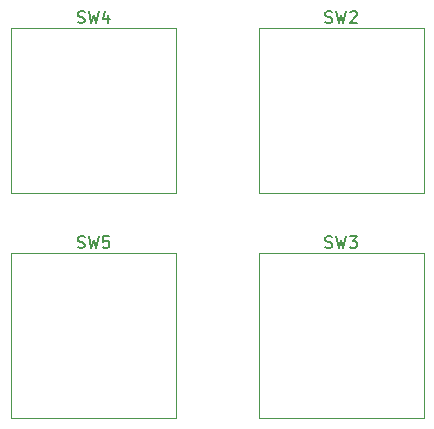
<source format=gbr>
%TF.GenerationSoftware,KiCad,Pcbnew,7.0.1*%
%TF.CreationDate,2023-04-28T17:46:53+02:00*%
%TF.ProjectId,4_switch_pcb,345f7377-6974-4636-985f-7063622e6b69,rev?*%
%TF.SameCoordinates,Original*%
%TF.FileFunction,Legend,Top*%
%TF.FilePolarity,Positive*%
%FSLAX46Y46*%
G04 Gerber Fmt 4.6, Leading zero omitted, Abs format (unit mm)*
G04 Created by KiCad (PCBNEW 7.0.1) date 2023-04-28 17:46:53*
%MOMM*%
%LPD*%
G01*
G04 APERTURE LIST*
%ADD10C,0.150000*%
%ADD11C,0.120000*%
G04 APERTURE END LIST*
D10*
%TO.C,SW5*%
X115665417Y-78266000D02*
X115808274Y-78313619D01*
X115808274Y-78313619D02*
X116046369Y-78313619D01*
X116046369Y-78313619D02*
X116141607Y-78266000D01*
X116141607Y-78266000D02*
X116189226Y-78218380D01*
X116189226Y-78218380D02*
X116236845Y-78123142D01*
X116236845Y-78123142D02*
X116236845Y-78027904D01*
X116236845Y-78027904D02*
X116189226Y-77932666D01*
X116189226Y-77932666D02*
X116141607Y-77885047D01*
X116141607Y-77885047D02*
X116046369Y-77837428D01*
X116046369Y-77837428D02*
X115855893Y-77789809D01*
X115855893Y-77789809D02*
X115760655Y-77742190D01*
X115760655Y-77742190D02*
X115713036Y-77694571D01*
X115713036Y-77694571D02*
X115665417Y-77599333D01*
X115665417Y-77599333D02*
X115665417Y-77504095D01*
X115665417Y-77504095D02*
X115713036Y-77408857D01*
X115713036Y-77408857D02*
X115760655Y-77361238D01*
X115760655Y-77361238D02*
X115855893Y-77313619D01*
X115855893Y-77313619D02*
X116093988Y-77313619D01*
X116093988Y-77313619D02*
X116236845Y-77361238D01*
X116570179Y-77313619D02*
X116808274Y-78313619D01*
X116808274Y-78313619D02*
X116998750Y-77599333D01*
X116998750Y-77599333D02*
X117189226Y-78313619D01*
X117189226Y-78313619D02*
X117427322Y-77313619D01*
X118284464Y-77313619D02*
X117808274Y-77313619D01*
X117808274Y-77313619D02*
X117760655Y-77789809D01*
X117760655Y-77789809D02*
X117808274Y-77742190D01*
X117808274Y-77742190D02*
X117903512Y-77694571D01*
X117903512Y-77694571D02*
X118141607Y-77694571D01*
X118141607Y-77694571D02*
X118236845Y-77742190D01*
X118236845Y-77742190D02*
X118284464Y-77789809D01*
X118284464Y-77789809D02*
X118332083Y-77885047D01*
X118332083Y-77885047D02*
X118332083Y-78123142D01*
X118332083Y-78123142D02*
X118284464Y-78218380D01*
X118284464Y-78218380D02*
X118236845Y-78266000D01*
X118236845Y-78266000D02*
X118141607Y-78313619D01*
X118141607Y-78313619D02*
X117903512Y-78313619D01*
X117903512Y-78313619D02*
X117808274Y-78266000D01*
X117808274Y-78266000D02*
X117760655Y-78218380D01*
%TO.C,SW3*%
X136620417Y-78266000D02*
X136763274Y-78313619D01*
X136763274Y-78313619D02*
X137001369Y-78313619D01*
X137001369Y-78313619D02*
X137096607Y-78266000D01*
X137096607Y-78266000D02*
X137144226Y-78218380D01*
X137144226Y-78218380D02*
X137191845Y-78123142D01*
X137191845Y-78123142D02*
X137191845Y-78027904D01*
X137191845Y-78027904D02*
X137144226Y-77932666D01*
X137144226Y-77932666D02*
X137096607Y-77885047D01*
X137096607Y-77885047D02*
X137001369Y-77837428D01*
X137001369Y-77837428D02*
X136810893Y-77789809D01*
X136810893Y-77789809D02*
X136715655Y-77742190D01*
X136715655Y-77742190D02*
X136668036Y-77694571D01*
X136668036Y-77694571D02*
X136620417Y-77599333D01*
X136620417Y-77599333D02*
X136620417Y-77504095D01*
X136620417Y-77504095D02*
X136668036Y-77408857D01*
X136668036Y-77408857D02*
X136715655Y-77361238D01*
X136715655Y-77361238D02*
X136810893Y-77313619D01*
X136810893Y-77313619D02*
X137048988Y-77313619D01*
X137048988Y-77313619D02*
X137191845Y-77361238D01*
X137525179Y-77313619D02*
X137763274Y-78313619D01*
X137763274Y-78313619D02*
X137953750Y-77599333D01*
X137953750Y-77599333D02*
X138144226Y-78313619D01*
X138144226Y-78313619D02*
X138382322Y-77313619D01*
X138668036Y-77313619D02*
X139287083Y-77313619D01*
X139287083Y-77313619D02*
X138953750Y-77694571D01*
X138953750Y-77694571D02*
X139096607Y-77694571D01*
X139096607Y-77694571D02*
X139191845Y-77742190D01*
X139191845Y-77742190D02*
X139239464Y-77789809D01*
X139239464Y-77789809D02*
X139287083Y-77885047D01*
X139287083Y-77885047D02*
X139287083Y-78123142D01*
X139287083Y-78123142D02*
X139239464Y-78218380D01*
X139239464Y-78218380D02*
X139191845Y-78266000D01*
X139191845Y-78266000D02*
X139096607Y-78313619D01*
X139096607Y-78313619D02*
X138810893Y-78313619D01*
X138810893Y-78313619D02*
X138715655Y-78266000D01*
X138715655Y-78266000D02*
X138668036Y-78218380D01*
%TO.C,SW4*%
X115665417Y-59216000D02*
X115808274Y-59263619D01*
X115808274Y-59263619D02*
X116046369Y-59263619D01*
X116046369Y-59263619D02*
X116141607Y-59216000D01*
X116141607Y-59216000D02*
X116189226Y-59168380D01*
X116189226Y-59168380D02*
X116236845Y-59073142D01*
X116236845Y-59073142D02*
X116236845Y-58977904D01*
X116236845Y-58977904D02*
X116189226Y-58882666D01*
X116189226Y-58882666D02*
X116141607Y-58835047D01*
X116141607Y-58835047D02*
X116046369Y-58787428D01*
X116046369Y-58787428D02*
X115855893Y-58739809D01*
X115855893Y-58739809D02*
X115760655Y-58692190D01*
X115760655Y-58692190D02*
X115713036Y-58644571D01*
X115713036Y-58644571D02*
X115665417Y-58549333D01*
X115665417Y-58549333D02*
X115665417Y-58454095D01*
X115665417Y-58454095D02*
X115713036Y-58358857D01*
X115713036Y-58358857D02*
X115760655Y-58311238D01*
X115760655Y-58311238D02*
X115855893Y-58263619D01*
X115855893Y-58263619D02*
X116093988Y-58263619D01*
X116093988Y-58263619D02*
X116236845Y-58311238D01*
X116570179Y-58263619D02*
X116808274Y-59263619D01*
X116808274Y-59263619D02*
X116998750Y-58549333D01*
X116998750Y-58549333D02*
X117189226Y-59263619D01*
X117189226Y-59263619D02*
X117427322Y-58263619D01*
X118236845Y-58596952D02*
X118236845Y-59263619D01*
X117998750Y-58216000D02*
X117760655Y-58930285D01*
X117760655Y-58930285D02*
X118379702Y-58930285D01*
%TO.C,SW2*%
X136620417Y-59216000D02*
X136763274Y-59263619D01*
X136763274Y-59263619D02*
X137001369Y-59263619D01*
X137001369Y-59263619D02*
X137096607Y-59216000D01*
X137096607Y-59216000D02*
X137144226Y-59168380D01*
X137144226Y-59168380D02*
X137191845Y-59073142D01*
X137191845Y-59073142D02*
X137191845Y-58977904D01*
X137191845Y-58977904D02*
X137144226Y-58882666D01*
X137144226Y-58882666D02*
X137096607Y-58835047D01*
X137096607Y-58835047D02*
X137001369Y-58787428D01*
X137001369Y-58787428D02*
X136810893Y-58739809D01*
X136810893Y-58739809D02*
X136715655Y-58692190D01*
X136715655Y-58692190D02*
X136668036Y-58644571D01*
X136668036Y-58644571D02*
X136620417Y-58549333D01*
X136620417Y-58549333D02*
X136620417Y-58454095D01*
X136620417Y-58454095D02*
X136668036Y-58358857D01*
X136668036Y-58358857D02*
X136715655Y-58311238D01*
X136715655Y-58311238D02*
X136810893Y-58263619D01*
X136810893Y-58263619D02*
X137048988Y-58263619D01*
X137048988Y-58263619D02*
X137191845Y-58311238D01*
X137525179Y-58263619D02*
X137763274Y-59263619D01*
X137763274Y-59263619D02*
X137953750Y-58549333D01*
X137953750Y-58549333D02*
X138144226Y-59263619D01*
X138144226Y-59263619D02*
X138382322Y-58263619D01*
X138715655Y-58358857D02*
X138763274Y-58311238D01*
X138763274Y-58311238D02*
X138858512Y-58263619D01*
X138858512Y-58263619D02*
X139096607Y-58263619D01*
X139096607Y-58263619D02*
X139191845Y-58311238D01*
X139191845Y-58311238D02*
X139239464Y-58358857D01*
X139239464Y-58358857D02*
X139287083Y-58454095D01*
X139287083Y-58454095D02*
X139287083Y-58549333D01*
X139287083Y-58549333D02*
X139239464Y-58692190D01*
X139239464Y-58692190D02*
X138668036Y-59263619D01*
X138668036Y-59263619D02*
X139287083Y-59263619D01*
D11*
%TO.C,SW5*%
X110013750Y-78740000D02*
X123983750Y-78740000D01*
X110013750Y-92710000D02*
X110013750Y-78740000D01*
X123983750Y-78740000D02*
X123983750Y-92710000D01*
X123983750Y-92710000D02*
X110013750Y-92710000D01*
%TO.C,SW3*%
X130968750Y-78740000D02*
X144938750Y-78740000D01*
X130968750Y-92710000D02*
X130968750Y-78740000D01*
X144938750Y-78740000D02*
X144938750Y-92710000D01*
X144938750Y-92710000D02*
X130968750Y-92710000D01*
%TO.C,SW4*%
X110013750Y-59690000D02*
X123983750Y-59690000D01*
X110013750Y-73660000D02*
X110013750Y-59690000D01*
X123983750Y-59690000D02*
X123983750Y-73660000D01*
X123983750Y-73660000D02*
X110013750Y-73660000D01*
%TO.C,SW2*%
X130968750Y-59690000D02*
X144938750Y-59690000D01*
X130968750Y-73660000D02*
X130968750Y-59690000D01*
X144938750Y-59690000D02*
X144938750Y-73660000D01*
X144938750Y-73660000D02*
X130968750Y-73660000D01*
%TD*%
M02*

</source>
